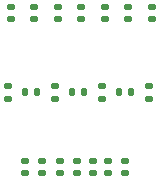
<source format=gbr>
%TF.GenerationSoftware,KiCad,Pcbnew,9.0.6*%
%TF.CreationDate,2026-02-25T04:49:12+07:00*%
%TF.ProjectId,solder_test_board,736f6c64-6572-45f7-9465-73745f626f61,rev?*%
%TF.SameCoordinates,Original*%
%TF.FileFunction,Paste,Top*%
%TF.FilePolarity,Positive*%
%FSLAX46Y46*%
G04 Gerber Fmt 4.6, Leading zero omitted, Abs format (unit mm)*
G04 Created by KiCad (PCBNEW 9.0.6) date 2026-02-25 04:49:12*
%MOMM*%
%LPD*%
G01*
G04 APERTURE LIST*
G04 Aperture macros list*
%AMRoundRect*
0 Rectangle with rounded corners*
0 $1 Rounding radius*
0 $2 $3 $4 $5 $6 $7 $8 $9 X,Y pos of 4 corners*
0 Add a 4 corners polygon primitive as box body*
4,1,4,$2,$3,$4,$5,$6,$7,$8,$9,$2,$3,0*
0 Add four circle primitives for the rounded corners*
1,1,$1+$1,$2,$3*
1,1,$1+$1,$4,$5*
1,1,$1+$1,$6,$7*
1,1,$1+$1,$8,$9*
0 Add four rect primitives between the rounded corners*
20,1,$1+$1,$2,$3,$4,$5,0*
20,1,$1+$1,$4,$5,$6,$7,0*
20,1,$1+$1,$6,$7,$8,$9,0*
20,1,$1+$1,$8,$9,$2,$3,0*%
G04 Aperture macros list end*
%ADD10RoundRect,0.135000X0.185000X-0.135000X0.185000X0.135000X-0.185000X0.135000X-0.185000X-0.135000X0*%
%ADD11RoundRect,0.135000X-0.185000X0.135000X-0.185000X-0.135000X0.185000X-0.135000X0.185000X0.135000X0*%
%ADD12RoundRect,0.135000X-0.135000X-0.185000X0.135000X-0.185000X0.135000X0.185000X-0.135000X0.185000X0*%
G04 APERTURE END LIST*
D10*
%TO.C,R17*%
X42291000Y-37844000D03*
X42291000Y-38864000D03*
%TD*%
%TO.C,R21*%
X47752000Y-38864000D03*
X47752000Y-37844000D03*
%TD*%
D11*
%TO.C,R20*%
X46355000Y-37844000D03*
X46355000Y-38864000D03*
%TD*%
D10*
%TO.C,R19*%
X45085000Y-38864000D03*
X45085000Y-37844000D03*
%TD*%
D11*
%TO.C,R18*%
X43688000Y-37844000D03*
X43688000Y-38864000D03*
%TD*%
%TO.C,R16*%
X40767000Y-37844000D03*
X40767000Y-38864000D03*
%TD*%
D10*
%TO.C,R15*%
X39327000Y-38864000D03*
X39327000Y-37844000D03*
%TD*%
%TO.C,R14*%
X49786000Y-32516000D03*
X49786000Y-31496000D03*
%TD*%
D12*
%TO.C,R13*%
X47286000Y-32006000D03*
X48306000Y-32006000D03*
%TD*%
D10*
%TO.C,R12*%
X45806000Y-32516000D03*
X45806000Y-31496000D03*
%TD*%
D12*
%TO.C,R11*%
X43306000Y-32006000D03*
X44326000Y-32006000D03*
%TD*%
D10*
%TO.C,R10*%
X41826000Y-32516000D03*
X41826000Y-31496000D03*
%TD*%
D12*
%TO.C,R9*%
X39326000Y-32006000D03*
X40346000Y-32006000D03*
%TD*%
D10*
%TO.C,R8*%
X37846000Y-32516000D03*
X37846000Y-31496000D03*
%TD*%
%TO.C,R7*%
X50038000Y-25781000D03*
X50038000Y-24761000D03*
%TD*%
%TO.C,R6*%
X48048000Y-25781000D03*
X48048000Y-24761000D03*
%TD*%
%TO.C,R5*%
X46058000Y-25781000D03*
X46058000Y-24761000D03*
%TD*%
%TO.C,R4*%
X44068000Y-25781000D03*
X44068000Y-24761000D03*
%TD*%
%TO.C,R3*%
X42078000Y-25781000D03*
X42078000Y-24761000D03*
%TD*%
%TO.C,R2*%
X40088000Y-25781000D03*
X40088000Y-24761000D03*
%TD*%
%TO.C,R1*%
X38098000Y-25781000D03*
X38098000Y-24761000D03*
%TD*%
M02*

</source>
